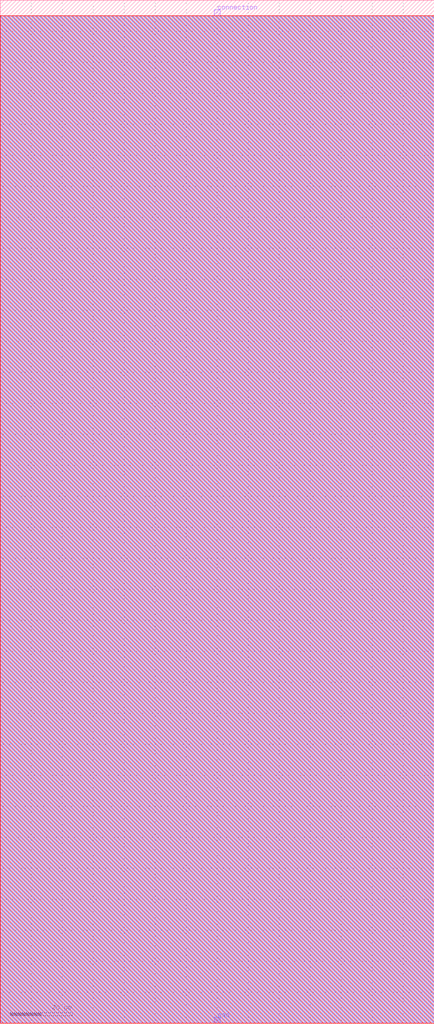
<source format=lef>
VERSION 5.7 ;
BUSBITCHARS "[]" ;
DIVIDERCHAR "/" ;

MACRO interconnect
  CLASS COVER BUMP ;
  SIZE 40 BY 40 ;
  ORIGIN 0 0 ;
  PIN pad
    DIRECTION INOUT ;
    USE SIGNAL ;
    PORT
      LAYER met10 ;
        RECT 0 0 40 40 ;
    END
  END pad
END interconnect

MACRO pinhole_325px_met1
  CLASS PAD ;
  ORIGIN 0 0 ;
  FOREIGN pinhole_325px_met1 ;
  SIZE 140 BY 330 ;
  SYMMETRY X Y R90 ;
  PIN connection
    DIRECTION INOUT ;
    USE SIGNAL ;
    PORT
      LAYER met1 ;
        RECT 69 325 71 327 ;
    END
  END connection
  PIN pad
    DIRECTION INOUT ;
    USE SIGNAL ;
    PORT
      LAYER met10 ;
        RECT 69 0 71 2 ;
    END
  END pad
  OBS
    LAYER met1 ;
      RECT 0 0 140 325 ;
    LAYER met2 ;
      RECT 0 0 140 325 ;
    LAYER met3 ;
      RECT 0 0 140 325 ;
    LAYER met4 ;
      RECT 0 0 140 325 ;
  END
END pinhole_325px_met1
MACRO pinhole_325px_met2
  CLASS PAD ;
  ORIGIN 0 0 ;
  FOREIGN pinhole_325px_met2 ;
  SIZE 140 BY 330 ;
  SYMMETRY X Y R90 ;
  PIN connection
    DIRECTION INOUT ;
    USE SIGNAL ;
    PORT
      LAYER met2 ;
        RECT 69 325 71 327 ;
    END
  END connection
  PIN pad
    DIRECTION INOUT ;
    USE SIGNAL ;
    PORT
      LAYER met10 ;
        RECT 69 0 71 2 ;
    END
  END pad
  OBS
    LAYER met1 ;
      RECT 0 0 140 330 ;
    LAYER met2 ;
      RECT 0 0 140 330 ;
    LAYER met3 ;
      RECT 0 0 140 330 ;
    LAYER met4 ;
      RECT 0 0 140 330 ;
    LAYER met5 ;
      RECT 0 0 140 330 ;
  END
END pinhole_325px_met2

# Reminder to myself this is the previously working one
MACRO pinhole_325px_met3
  CLASS PAD ;
  ORIGIN 0 0 ;
  FOREIGN pinhole_325px_met3 ;
  SIZE 330 BY 140 ;
  SYMMETRY X Y R90 ;
  PIN connection
    DIRECTION INOUT ;
    USE SIGNAL ;
    PORT
      LAYER met3 ;
        RECT 320 69 325 71 ;
    END
  END connection
  PIN pad
    DIRECTION INOUT ;
    USE SIGNAL ;
    PORT
      LAYER met10 ;
        RECT 0 69 2 71 ;
    END
  END pad
  OBS
    LAYER met1 ;
      RECT 10 0 320 140 ;
    LAYER met2 ;
      RECT 10 0 320 140 ;
    LAYER met3 ;
      RECT 10 0 320 140 ;
    LAYER met4 ;
      RECT 10 0 320 140 ;
    LAYER met5 ;
      RECT 10 0 320 140 ;
    LAYER met6 ;
      RECT 10 0 320 140 ;
  END
END pinhole_325px_met3
MACRO pinhole_325px_met4
  CLASS PAD ;
  ORIGIN 0 0 ;
  FOREIGN pinhole_325px_met4 ;
  SIZE 140 BY 330 ;
  SYMMETRY X Y R90 ;
  PIN connection
    DIRECTION INOUT ;
    USE SIGNAL ;
    PORT
      LAYER met4 ;
        RECT 69 325 71 327 ;
    END
  END connection
  PIN pad
    DIRECTION INOUT ;
    USE SIGNAL ;
    PORT
      LAYER met10 ;
        RECT 69 0 71 2 ;
    END
  END pad
  OBS
    LAYER met1 ;
      RECT 0 0 140 330 ;
    LAYER met2 ;
      RECT 0 0 140 330 ;
    LAYER met3 ;
      RECT 0 0 140 330 ;
    LAYER met4 ;
      RECT 0 0 140 330 ;
    LAYER met5 ;
      RECT 0 0 140 330 ;
    LAYER met6 ;
      RECT 0 0 140 330 ;
    LAYER met7 ;
      RECT 0 0 140 330 ;
  END
END pinhole_325px_met4
MACRO pinhole_325px_met5
  CLASS PAD ;
  ORIGIN 0 0 ;
  FOREIGN pinhole_325px_met5 ;
  SIZE 330 BY 140 ;
  SYMMETRY X Y R90 ;
  PIN connection
    DIRECTION INOUT ;
    USE SIGNAL ;
    PORT
      LAYER met1 ;
        RECT 310 60 330 80 ;
    END
  END connection
  PIN pad
    DIRECTION INOUT ;
    USE SIGNAL ;
    PORT
      LAYER met9 ;
        RECT 0 60 20 80 ;
    END
  END pad
  OBS
    LAYER met1 ;
      RECT 20 0 310 140 ;
    LAYER met2 ;
      RECT 20 0 310 140 ;
    LAYER met3 ;
      RECT 20 0 310 140 ;
    LAYER met4 ;
      RECT 20 0 310 140 ;
    LAYER met5 ;
      RECT 20 0 310 140 ;
    LAYER met6 ;
      RECT 20 0 310 140 ;
    LAYER met7 ;
      RECT 20 0 310 140 ;
    LAYER met8 ;
      RECT 20 0 310 140 ;
    LAYER met9 ;
      RECT 20 0 310 140 ;
  END
END pinhole_325px_met5
MACRO pinhole_325px_met6
  CLASS PAD ;
  ORIGIN 0 0 ;
  FOREIGN pinhole_325px_met6 ;
  SIZE 140 BY 330 ;
  SYMMETRY X Y R90 ;
  PIN connection
    DIRECTION INOUT ;
    USE SIGNAL ;
    PORT
      LAYER met6 ;
        RECT 69 325 71 327 ;
    END
  END connection
  PIN pad
    DIRECTION INOUT ;
    USE SIGNAL ;
    PORT
      LAYER met10 ;
        RECT 69 0 71 2 ;
    END
  END pad
  OBS
    LAYER met3 ;
      RECT 0 0 140 330 ;
    LAYER met4 ;
      RECT 0 0 140 330 ;
    LAYER met5 ;
      RECT 0 0 140 330 ;
    LAYER met6 ;
      RECT 0 0 140 330 ;
    LAYER met7 ;
      RECT 0 0 140 330 ;
    LAYER met8 ;
      RECT 0 0 140 330 ;
    LAYER met9 ;
      RECT 0 0 140 330 ;
  END
END pinhole_325px_met6
MACRO pinhole_325px_met7
  CLASS PAD ;
  ORIGIN 0 0 ;
  FOREIGN pinhole_325px_met7 ;
  SIZE 140 BY 330 ;
  SYMMETRY X Y R90 ;
  PIN connection
    DIRECTION INOUT ;
    USE SIGNAL ;
    PORT
      LAYER met7 ;
        RECT 69 325 71 327 ;
    END
  END connection
  PIN pad
    DIRECTION INOUT ;
    USE SIGNAL ;
    PORT
      LAYER met10 ;
        RECT 69 0 71 2 ;
    END
  END pad
  OBS
    LAYER met4 ;
      RECT 0 0 140 330 ;
    LAYER met5 ;
      RECT 0 0 140 330 ;
    LAYER met6 ;
      RECT 0 0 140 330 ;
    LAYER met7 ;
      RECT 0 0 140 330 ;
    LAYER met8 ;
      RECT 0 0 140 330 ;
    LAYER met9 ;
      RECT 0 0 140 330 ;
    LAYER met10 ;
      RECT 0 0 140 330 ;
  END
END pinhole_325px_met7
MACRO pinhole_325px_met8
  CLASS PAD ;
  ORIGIN 0 0 ;
  FOREIGN pinhole_325px_met8 ;
  SIZE 140 BY 330 ;
  SYMMETRY X Y R90 ;
  PIN connection
    DIRECTION INOUT ;
    USE SIGNAL ;
    PORT
      LAYER met8 ;
        RECT 69 325 71 327 ;
    END
  END connection
  PIN pad
    DIRECTION INOUT ;
    USE SIGNAL ;
    PORT
      LAYER met10 ;
        RECT 69 0 71 2 ;
    END
  END pad
  OBS
    LAYER met5 ;
      RECT 0 0 140 330 ;
    LAYER met6 ;
      RECT 0 0 140 330 ;
    LAYER met7 ;
      RECT 0 0 140 330 ;
    LAYER met8 ;
      RECT 0 0 140 330 ;
    LAYER met9 ;
      RECT 0 0 140 330 ;
    LAYER met10 ;
      RECT 0 0 140 330 ;
  END
END pinhole_325px_met8
MACRO pinhole_325px_met9
  CLASS PAD ;
  ORIGIN 0 0 ;
  FOREIGN pinhole_325px_met9 ;
  SIZE 140 BY 330 ;
  SYMMETRY X Y R90 ;
  PIN connection
    DIRECTION INOUT ;
    USE SIGNAL ;
    PORT
      LAYER met9 ;
        RECT 69 325 71 327 ;
    END
  END connection
  PIN pad
    DIRECTION INOUT ;
    USE SIGNAL ;
    PORT
      LAYER met10 ;
        RECT 69 0 71 2 ;
    END
  END pad
  OBS
    LAYER met6 ;
      RECT 0 0 140 330 ;
    LAYER met7 ;
      RECT 0 0 140 330 ;
    LAYER met8 ;
      RECT 0 0 140 330 ;
    LAYER met9 ;
      RECT 0 0 140 330 ;
    LAYER met10 ;
      RECT 0 0 140 330 ;
  END
END pinhole_325px_met9

MACRO pinhole_325px_met10
  CLASS PAD ;
  ORIGIN 0 0 ;
  FOREIGN pinhole_325px_met10 ;
  SIZE 140 BY 330 ;
  SYMMETRY X Y R90 ;
  PIN connection
    DIRECTION INOUT ;
    USE SIGNAL ;
    PORT
      LAYER met10 ;
        RECT 69 325 71 327 ;
    END
  END connection
  PIN pad
    DIRECTION INOUT ;
    USE SIGNAL ;
    PORT
      LAYER met10 ;
        RECT 69 0 71 2 ;
    END
  END pad
  OBS
    LAYER met7 ;
      RECT 0 0 140 330 ;
    LAYER met8 ;
      RECT 0 0 140 330 ;
    LAYER met9 ;
      RECT 0 0 140 330 ;
    LAYER met10 ;
      RECT 0 0 140 330 ;
  END
END pinhole_325px_met10

END LIBRARY

</source>
